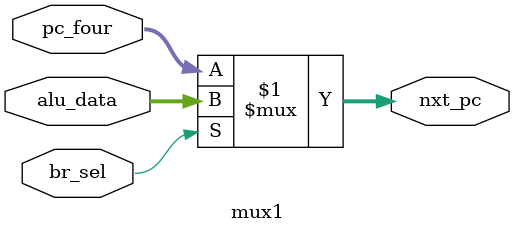
<source format=sv>
module mux1(
	input logic [31:0] alu_data,
    input logic [31:0] pc_four,
	input logic br_sel,
	output logic [31:0] nxt_pc 
);

assign nxt_pc = br_sel ? alu_data : pc_four;

endmodule

</source>
